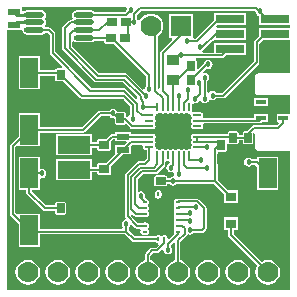
<source format=gtl>
G04 Layer_Physical_Order=1*
G04 Layer_Color=255*
%FSLAX25Y25*%
%MOIN*%
G70*
G01*
G75*
%ADD10R,0.03937X0.01969*%
%ADD11R,0.09449X0.02992*%
%ADD12R,0.07874X0.09843*%
%ADD13O,0.01575X0.00984*%
%ADD14O,0.00984X0.01575*%
G04:AMPARAMS|DCode=15|XSize=23.62mil|YSize=31.5mil|CornerRadius=0.59mil|HoleSize=0mil|Usage=FLASHONLY|Rotation=180.000|XOffset=0mil|YOffset=0mil|HoleType=Round|Shape=RoundedRectangle|*
%AMROUNDEDRECTD15*
21,1,0.02362,0.03032,0,0,180.0*
21,1,0.02244,0.03150,0,0,180.0*
1,1,0.00118,-0.01122,0.01516*
1,1,0.00118,0.01122,0.01516*
1,1,0.00118,0.01122,-0.01516*
1,1,0.00118,-0.01122,-0.01516*
%
%ADD15ROUNDEDRECTD15*%
G04:AMPARAMS|DCode=16|XSize=39.37mil|YSize=35.43mil|CornerRadius=0.89mil|HoleSize=0mil|Usage=FLASHONLY|Rotation=0.000|XOffset=0mil|YOffset=0mil|HoleType=Round|Shape=RoundedRectangle|*
%AMROUNDEDRECTD16*
21,1,0.03937,0.03366,0,0,0.0*
21,1,0.03760,0.03543,0,0,0.0*
1,1,0.00177,0.01880,-0.01683*
1,1,0.00177,-0.01880,-0.01683*
1,1,0.00177,-0.01880,0.01683*
1,1,0.00177,0.01880,0.01683*
%
%ADD16ROUNDEDRECTD16*%
G04:AMPARAMS|DCode=17|XSize=23.62mil|YSize=31.5mil|CornerRadius=0.59mil|HoleSize=0mil|Usage=FLASHONLY|Rotation=90.000|XOffset=0mil|YOffset=0mil|HoleType=Round|Shape=RoundedRectangle|*
%AMROUNDEDRECTD17*
21,1,0.02362,0.03032,0,0,90.0*
21,1,0.02244,0.03150,0,0,90.0*
1,1,0.00118,0.01516,0.01122*
1,1,0.00118,0.01516,-0.01122*
1,1,0.00118,-0.01516,-0.01122*
1,1,0.00118,-0.01516,0.01122*
%
%ADD17ROUNDEDRECTD17*%
G04:AMPARAMS|DCode=18|XSize=35.43mil|YSize=27.56mil|CornerRadius=0.69mil|HoleSize=0mil|Usage=FLASHONLY|Rotation=0.000|XOffset=0mil|YOffset=0mil|HoleType=Round|Shape=RoundedRectangle|*
%AMROUNDEDRECTD18*
21,1,0.03543,0.02618,0,0,0.0*
21,1,0.03406,0.02756,0,0,0.0*
1,1,0.00138,0.01703,-0.01309*
1,1,0.00138,-0.01703,-0.01309*
1,1,0.00138,-0.01703,0.01309*
1,1,0.00138,0.01703,0.01309*
%
%ADD18ROUNDEDRECTD18*%
%ADD19R,0.09843X0.09843*%
%ADD20O,0.00787X0.02953*%
%ADD21O,0.02953X0.00787*%
%ADD22R,0.10630X0.05906*%
%ADD23O,0.06693X0.01772*%
%ADD24R,0.03347X0.01575*%
%ADD25R,0.05906X0.09843*%
%ADD26R,0.03543X0.03150*%
%ADD27C,0.00600*%
%ADD28C,0.01000*%
%ADD29C,0.00800*%
%ADD30C,0.07000*%
%ADD31R,0.07000X0.07000*%
%ADD32C,0.01800*%
%ADD33C,0.01969*%
G36*
X6156Y87762D02*
X6298Y87511D01*
X6372Y87141D01*
X6700Y86649D01*
X7192Y86321D01*
X7772Y86206D01*
X12693D01*
X13273Y86321D01*
X13764Y86649D01*
X13867Y86803D01*
X14599D01*
X15382Y86020D01*
Y80100D01*
X15452Y79749D01*
X15651Y79451D01*
X19590Y75512D01*
X19399Y75050D01*
X17878D01*
X17621Y74999D01*
X17403Y74853D01*
X17257Y74635D01*
X17214Y74418D01*
X12053D01*
Y79021D01*
X4947D01*
Y67979D01*
X12053D01*
Y72582D01*
X17206D01*
Y71346D01*
X17257Y71089D01*
X17403Y70871D01*
X17621Y70726D01*
X17878Y70675D01*
X19890D01*
X25413Y65151D01*
X25711Y64952D01*
X26062Y64882D01*
X39776D01*
X42082Y62576D01*
Y59391D01*
X41919Y59281D01*
X41695Y58947D01*
X41259Y58819D01*
X41230Y58816D01*
X41086Y58829D01*
X40851Y58986D01*
X40694Y59017D01*
Y59854D01*
X40643Y60111D01*
X40497Y60329D01*
X40279Y60474D01*
X40022Y60526D01*
X37925D01*
X37913Y60585D01*
X37581Y61081D01*
X37085Y61413D01*
X36500Y61529D01*
X35915Y61413D01*
X35419Y61081D01*
X35309Y60918D01*
X32000D01*
X31649Y60848D01*
X31351Y60649D01*
X26120Y55418D01*
X12053D01*
Y60021D01*
X4947D01*
Y52245D01*
X2351Y49649D01*
X2152Y49351D01*
X2082Y49000D01*
Y26500D01*
X2152Y26149D01*
X2351Y25851D01*
X4947Y23255D01*
Y15479D01*
X12053D01*
Y19661D01*
X40420D01*
X42710Y17371D01*
X43008Y17172D01*
X43359Y17102D01*
X50618D01*
X50728Y16937D01*
X51090Y16696D01*
X51424Y16629D01*
X51573Y16356D01*
X51625Y16123D01*
X50720Y15218D01*
X49500D01*
X49149Y15148D01*
X48851Y14949D01*
X47351Y13449D01*
X47152Y13151D01*
X47082Y12800D01*
Y11015D01*
X46930Y10994D01*
X45932Y10581D01*
X45076Y9924D01*
X44419Y9068D01*
X44006Y8070D01*
X43865Y7000D01*
X44006Y5930D01*
X44419Y4932D01*
X45076Y4076D01*
X45932Y3419D01*
X46930Y3005D01*
X48000Y2865D01*
X49070Y3005D01*
X50068Y3419D01*
X50924Y4076D01*
X51581Y4932D01*
X51995Y5930D01*
X52135Y7000D01*
X51995Y8070D01*
X51581Y9068D01*
X50924Y9924D01*
X50068Y10581D01*
X49070Y10994D01*
X48918Y11015D01*
Y12420D01*
X49880Y13382D01*
X51100D01*
X51451Y13452D01*
X51749Y13651D01*
X52683Y14585D01*
X52872Y14552D01*
X53193Y14388D01*
X53287Y13915D01*
X53619Y13419D01*
X54115Y13087D01*
X54700Y12971D01*
X55285Y13087D01*
X55781Y13419D01*
X56113Y13915D01*
X56229Y14500D01*
X56113Y15085D01*
X55781Y15581D01*
X55819Y16122D01*
X56632Y16935D01*
X57094Y16743D01*
Y11016D01*
X56930Y10994D01*
X55932Y10581D01*
X55076Y9924D01*
X54419Y9068D01*
X54005Y8070D01*
X53865Y7000D01*
X54005Y5930D01*
X54419Y4932D01*
X55076Y4076D01*
X55932Y3419D01*
X56930Y3005D01*
X58000Y2865D01*
X59070Y3005D01*
X60068Y3419D01*
X60924Y4076D01*
X61581Y4932D01*
X61994Y5930D01*
X62135Y7000D01*
X61994Y8070D01*
X61581Y9068D01*
X60924Y9924D01*
X60068Y10581D01*
X59070Y10994D01*
X58929Y11013D01*
Y17232D01*
X60949Y19251D01*
X61148Y19549D01*
X61486Y19649D01*
X61682Y19674D01*
X62200Y19571D01*
X62785Y19687D01*
X63281Y20019D01*
X63391Y20182D01*
X66000D01*
X66351Y20252D01*
X66649Y20451D01*
X67349Y21151D01*
X67548Y21449D01*
X67618Y21800D01*
Y28446D01*
X67548Y28797D01*
X67349Y29094D01*
X65194Y31249D01*
X64897Y31448D01*
X64546Y31518D01*
X58393D01*
X58307Y31535D01*
X57717D01*
X57290Y31450D01*
X56929Y31209D01*
X56688Y30847D01*
X56603Y30421D01*
X56688Y29995D01*
X56929Y29634D01*
Y29240D01*
X56688Y28879D01*
X56603Y28453D01*
X56688Y28027D01*
X56929Y27665D01*
Y27272D01*
X56688Y26910D01*
X56603Y26484D01*
X56688Y26058D01*
X56833Y25840D01*
X56894Y25500D01*
X56833Y25160D01*
X56688Y24942D01*
X56603Y24516D01*
X56688Y24090D01*
X56929Y23728D01*
Y23335D01*
X56688Y22973D01*
X56603Y22547D01*
X56688Y22121D01*
X56929Y21760D01*
Y21366D01*
X56688Y21005D01*
X56603Y20579D01*
X56688Y20153D01*
X56915Y19813D01*
X55098Y17996D01*
X54598Y18203D01*
Y18315D01*
X54513Y18741D01*
X54272Y19102D01*
X53910Y19344D01*
X53484Y19429D01*
X53058Y19344D01*
X52840Y19198D01*
X52500Y19138D01*
X52160Y19198D01*
X51942Y19344D01*
X51516Y19429D01*
X51090Y19344D01*
X50728Y19102D01*
X50618Y18937D01*
X43739D01*
X41718Y20959D01*
Y21809D01*
X41881Y21919D01*
X42213Y22415D01*
X42257Y22638D01*
X42800Y22802D01*
X43751Y21851D01*
X44049Y21652D01*
X44400Y21582D01*
X45449D01*
X45716Y21082D01*
X45664Y21005D01*
X45579Y20579D01*
X45664Y20153D01*
X45906Y19791D01*
X46267Y19550D01*
X46693Y19465D01*
X47284D01*
X47710Y19550D01*
X48071Y19791D01*
X48312Y20153D01*
X48397Y20579D01*
X48312Y21005D01*
X48071Y21366D01*
Y21760D01*
X48312Y22121D01*
X48397Y22547D01*
X48312Y22973D01*
X48071Y23335D01*
X47710Y23576D01*
X47284Y23661D01*
X46693D01*
X46267Y23576D01*
X46030Y23418D01*
X44780D01*
X42328Y25869D01*
X42362Y26133D01*
X42889Y26313D01*
X43367Y25835D01*
X43665Y25637D01*
X44016Y25567D01*
X46101D01*
X46267Y25455D01*
X46693Y25371D01*
X47284D01*
X47710Y25455D01*
X48071Y25697D01*
X48312Y26058D01*
X48397Y26484D01*
X48312Y26910D01*
X48071Y27272D01*
Y27665D01*
X48312Y28027D01*
X48397Y28453D01*
X48312Y28879D01*
X48071Y29240D01*
Y29634D01*
X48312Y29995D01*
X48397Y30421D01*
X48312Y30847D01*
X48071Y31209D01*
X47710Y31450D01*
X47440Y31504D01*
X47299Y31681D01*
X47172Y31894D01*
X47134Y32019D01*
X47229Y32500D01*
X47113Y33085D01*
X46781Y33581D01*
X46285Y33913D01*
X45700Y34029D01*
X45115Y33913D01*
X44618Y34182D01*
Y38020D01*
X46380Y39782D01*
X50700D01*
X51051Y39852D01*
X51349Y40051D01*
X53606Y42308D01*
X53804Y42606D01*
X53874Y42957D01*
Y43719D01*
X54327Y44001D01*
X54374Y44002D01*
X54728Y43932D01*
X54850Y43956D01*
X55270Y43604D01*
X55288Y43567D01*
X55246Y43339D01*
X55115Y43313D01*
X54619Y42981D01*
X54287Y42485D01*
X54171Y41900D01*
X54287Y41315D01*
X54619Y40819D01*
X55115Y40487D01*
X55700Y40371D01*
X56285Y40487D01*
X56353Y40532D01*
X56802Y40231D01*
X56742Y39928D01*
X56859Y39343D01*
X56539Y38922D01*
X56500Y38929D01*
X55915Y38813D01*
X55419Y38481D01*
X55376Y38418D01*
X54550D01*
Y38622D01*
X54499Y38879D01*
X54353Y39097D01*
X54135Y39243D01*
X53878Y39294D01*
X50846D01*
X50589Y39243D01*
X50371Y39097D01*
X50226Y38879D01*
X50174Y38622D01*
Y36378D01*
X50226Y36121D01*
X50371Y35903D01*
X50589Y35757D01*
X50846Y35706D01*
X53878D01*
X54135Y35757D01*
X54353Y35903D01*
X54499Y36121D01*
X54550Y36378D01*
Y36582D01*
X55242D01*
X55419Y36319D01*
X55915Y35987D01*
X56500Y35871D01*
X57085Y35987D01*
X57581Y36319D01*
X57758Y36582D01*
X70003D01*
X73328Y33257D01*
Y30009D01*
X78072D01*
Y34358D01*
X74823D01*
X71318Y37863D01*
Y47125D01*
X71378Y47175D01*
X73622D01*
X73879Y47226D01*
X74097Y47371D01*
X74243Y47589D01*
X74294Y47846D01*
Y49669D01*
X74388Y49742D01*
X74903Y49871D01*
X75121Y49726D01*
X75378Y49674D01*
X77622D01*
X77879Y49726D01*
X78097Y49871D01*
X78243Y50089D01*
X78294Y50346D01*
Y50945D01*
X79606D01*
Y50346D01*
X79657Y50089D01*
X79803Y49871D01*
X80021Y49726D01*
X80278Y49674D01*
X82522D01*
X82779Y49726D01*
X82997Y49871D01*
X83143Y50089D01*
X83194Y50346D01*
Y53267D01*
X83278Y53344D01*
X83739Y53142D01*
X83778Y53096D01*
Y48700D01*
X83864Y48271D01*
X84107Y47907D01*
X84471Y47664D01*
X84900Y47578D01*
X95335D01*
Y1122D01*
X1122D01*
Y87916D01*
X5786D01*
X6156Y87762D01*
D02*
G37*
G36*
X95335Y73322D02*
X84900D01*
X84471Y73236D01*
X84107Y72993D01*
X83864Y72629D01*
X83778Y72200D01*
Y67200D01*
X83864Y66771D01*
X84107Y66407D01*
X84471Y66164D01*
X84900Y66078D01*
X95335D01*
Y59928D01*
X90967D01*
Y57153D01*
X91565D01*
X91756Y56692D01*
X91082Y56018D01*
X83340D01*
X82989Y55948D01*
X82691Y55749D01*
X80992Y54050D01*
X80278D01*
X80021Y53999D01*
X79803Y53853D01*
X79657Y53635D01*
X79606Y53378D01*
Y52780D01*
X78294D01*
Y53378D01*
X78243Y53635D01*
X78097Y53853D01*
X77879Y53999D01*
X77622Y54050D01*
X75378D01*
X75121Y53999D01*
X74903Y53853D01*
X74757Y53635D01*
X74706Y53378D01*
Y53146D01*
X65970D01*
X65943Y53164D01*
X65555Y53241D01*
X63390D01*
X63002Y53164D01*
X62673Y52945D01*
X62454Y52616D01*
X62377Y52228D01*
X62454Y51841D01*
X62673Y51512D01*
Y51173D01*
X62454Y50844D01*
X62377Y50457D01*
X62454Y50069D01*
X62673Y49740D01*
Y49401D01*
X62454Y49073D01*
X62377Y48685D01*
X62419Y48474D01*
X62395Y48428D01*
X62072Y48105D01*
X62026Y48081D01*
X61815Y48123D01*
X61427Y48046D01*
X61099Y47827D01*
X60760D01*
X60431Y48046D01*
X60043Y48123D01*
X59656Y48046D01*
X59327Y47827D01*
X58988D01*
X58659Y48046D01*
X58272Y48123D01*
X57884Y48046D01*
X57555Y47827D01*
X57216D01*
X56888Y48046D01*
X56500Y48123D01*
X56112Y48046D01*
X55784Y47827D01*
X55445D01*
X55116Y48046D01*
X54728Y48123D01*
X54341Y48046D01*
X54012Y47827D01*
X53673D01*
X53344Y48046D01*
X52957Y48123D01*
X52569Y48046D01*
X52240Y47827D01*
X51901D01*
X51573Y48046D01*
X51185Y48123D01*
X50974Y48081D01*
X50928Y48105D01*
X50605Y48428D01*
X50582Y48474D01*
X50623Y48685D01*
X50546Y49073D01*
X50327Y49401D01*
Y49740D01*
X50546Y50069D01*
X50623Y50457D01*
X50546Y50844D01*
X50327Y51173D01*
Y51512D01*
X50546Y51841D01*
X50623Y52228D01*
X50546Y52616D01*
X50327Y52945D01*
X49998Y53164D01*
X49610Y53241D01*
X47445D01*
X47057Y53164D01*
X47030Y53146D01*
X42369D01*
Y53815D01*
X37231D01*
Y53146D01*
X36181D01*
X35830Y53076D01*
X35532Y52877D01*
X34193Y51538D01*
X31797D01*
X31536Y51486D01*
X31315Y51338D01*
X31167Y51117D01*
X31115Y50856D01*
Y50418D01*
X29415D01*
Y53053D01*
X17585D01*
Y45947D01*
X29415D01*
Y48582D01*
X31115D01*
Y48238D01*
X31167Y47977D01*
X31315Y47756D01*
X31536Y47608D01*
X31797Y47556D01*
X35203D01*
X35464Y47608D01*
X35685Y47756D01*
X35833Y47977D01*
X35885Y48238D01*
Y50634D01*
X36561Y51311D01*
X37231D01*
Y50647D01*
X40743D01*
X40934Y50185D01*
X40234Y49484D01*
X37231D01*
Y46482D01*
X34193Y43444D01*
X31797D01*
X31536Y43392D01*
X31315Y43244D01*
X31167Y43023D01*
X31115Y42762D01*
Y42150D01*
X29415D01*
Y44785D01*
X17585D01*
Y37679D01*
X29415D01*
Y40315D01*
X31115D01*
Y40144D01*
X31167Y39883D01*
X31315Y39661D01*
X31536Y39514D01*
X31797Y39462D01*
X35203D01*
X35464Y39514D01*
X35685Y39661D01*
X35833Y39883D01*
X35885Y40144D01*
Y42540D01*
X39661Y46316D01*
X42369D01*
Y49024D01*
X42884Y49539D01*
X46219D01*
X46501Y49086D01*
X46502Y49039D01*
X46432Y48685D01*
X46509Y48297D01*
X46729Y47969D01*
X47057Y47749D01*
X47445Y47672D01*
X47610D01*
Y44908D01*
X46720Y44018D01*
X45006D01*
X44655Y43948D01*
X44357Y43749D01*
X40651Y40043D01*
X40452Y39745D01*
X40382Y39394D01*
Y25600D01*
X40452Y25249D01*
X40617Y25003D01*
X40582Y24792D01*
X40438Y24457D01*
X40215Y24413D01*
X39719Y24081D01*
X39387Y23585D01*
X39271Y23000D01*
X39387Y22415D01*
X39667Y21996D01*
X39578Y21698D01*
X39450Y21496D01*
X12053D01*
Y26521D01*
X4947D01*
Y26504D01*
X4485Y26312D01*
X3918Y26880D01*
Y48620D01*
X4485Y49188D01*
X4947Y48996D01*
Y48979D01*
X12053D01*
Y53582D01*
X26500D01*
X26851Y53652D01*
X27149Y53851D01*
X32380Y59082D01*
X35309D01*
X35419Y58919D01*
X35915Y58587D01*
X36500Y58471D01*
X36693Y58509D01*
X37106Y58096D01*
Y56822D01*
X37157Y56565D01*
X37303Y56347D01*
X37521Y56201D01*
X37778Y56150D01*
X40022D01*
X40279Y56201D01*
X40497Y56347D01*
X41056Y56284D01*
X42217Y55123D01*
X42515Y54924D01*
X42866Y54854D01*
X47030D01*
X47057Y54836D01*
X47445Y54759D01*
X49610D01*
X49998Y54836D01*
X50327Y55055D01*
X50546Y55384D01*
X50623Y55772D01*
X50546Y56159D01*
X50327Y56488D01*
Y56827D01*
X50546Y57156D01*
X50623Y57543D01*
X50546Y57931D01*
X50327Y58260D01*
Y58599D01*
X50546Y58927D01*
X50623Y59315D01*
X50582Y59526D01*
X50605Y59572D01*
X50928Y59895D01*
X50974Y59918D01*
X51185Y59877D01*
X51573Y59954D01*
X51720Y60052D01*
X52071Y60134D01*
X52422Y60052D01*
X52569Y59954D01*
X52957Y59877D01*
X53344Y59954D01*
X53673Y60173D01*
X54012D01*
X54341Y59954D01*
X54728Y59877D01*
X55116Y59954D01*
X55445Y60173D01*
X55784D01*
X56112Y59954D01*
X56500Y59877D01*
X56888Y59954D01*
X57216Y60173D01*
X57555D01*
X57884Y59954D01*
X58272Y59877D01*
X58659Y59954D01*
X58988Y60173D01*
X59327D01*
X59656Y59954D01*
X60043Y59877D01*
X60431Y59954D01*
X60760Y60173D01*
X61099D01*
X61427Y59954D01*
X61815Y59877D01*
X62026Y59918D01*
X62072Y59895D01*
X62395Y59572D01*
X62419Y59526D01*
X62377Y59315D01*
X62454Y58927D01*
X62673Y58599D01*
Y58260D01*
X62454Y57931D01*
X62377Y57543D01*
X62454Y57156D01*
X62673Y56827D01*
Y56488D01*
X62454Y56159D01*
X62377Y55772D01*
X62454Y55384D01*
X62673Y55055D01*
X63002Y54836D01*
X63390Y54759D01*
X65555D01*
X65943Y54836D01*
X66272Y55055D01*
X66491Y55384D01*
X66568Y55772D01*
X66498Y56126D01*
X66500Y56173D01*
X66781Y56626D01*
X85043D01*
X85395Y56695D01*
X85692Y56894D01*
X85951Y57153D01*
X88033D01*
Y59928D01*
X83487D01*
Y58461D01*
X66781D01*
X66500Y58914D01*
X66498Y58961D01*
X66568Y59315D01*
X66491Y59703D01*
X66272Y60031D01*
X65943Y60251D01*
X65555Y60328D01*
X63390D01*
X63179Y60286D01*
X63133Y60310D01*
X62810Y60632D01*
X62786Y60679D01*
X62828Y60890D01*
Y63055D01*
X63014Y63214D01*
X63274Y63375D01*
X63800Y63271D01*
X64385Y63387D01*
X64881Y63719D01*
X65122Y64079D01*
X65205Y64103D01*
X65596D01*
X65678Y64079D01*
X65919Y63719D01*
X66415Y63387D01*
X67000Y63271D01*
X67585Y63387D01*
X68081Y63719D01*
X68413Y64215D01*
X68426Y64279D01*
X68981Y64509D01*
X69015Y64487D01*
X69600Y64371D01*
X70185Y64487D01*
X70681Y64819D01*
X70791Y64982D01*
X73200D01*
X73551Y65052D01*
X73849Y65251D01*
X84949Y76351D01*
X85148Y76649D01*
X85218Y77000D01*
Y83220D01*
X86402Y84404D01*
X95335D01*
Y73322D01*
D02*
G37*
G36*
X83871Y94000D02*
X83987Y93415D01*
X84319Y92919D01*
X84815Y92587D01*
X85156Y92519D01*
Y89404D01*
X95335D01*
Y88596D01*
X85156D01*
Y85754D01*
X83651Y84249D01*
X83452Y83951D01*
X83382Y83600D01*
Y77380D01*
X72820Y66818D01*
X70791D01*
X70681Y66981D01*
X70185Y67313D01*
X69600Y67429D01*
X69015Y67313D01*
X68519Y66981D01*
X68418Y66830D01*
X67918Y66982D01*
Y70709D01*
X68081Y70819D01*
X68413Y71315D01*
X68529Y71900D01*
X68413Y72485D01*
X68081Y72981D01*
X67585Y73313D01*
X67000Y73429D01*
X66746Y73379D01*
X66500Y73840D01*
X67542Y74882D01*
X68100Y74771D01*
X68685Y74887D01*
X69181Y75219D01*
X69513Y75715D01*
X69629Y76300D01*
X69513Y76885D01*
X69181Y77381D01*
X68685Y77713D01*
X68100Y77829D01*
X67515Y77713D01*
X67019Y77381D01*
X66687Y76885D01*
X66622Y76557D01*
X64794Y74730D01*
X64294Y74937D01*
Y77378D01*
X64243Y77635D01*
X64097Y77853D01*
X64053Y77882D01*
X64205Y78382D01*
X72820D01*
X73171Y78452D01*
X73469Y78651D01*
X74221Y79404D01*
X80844D01*
Y83596D01*
X70195D01*
Y80218D01*
X66290D01*
X66138Y80718D01*
X66398Y80891D01*
X66579Y81161D01*
X66821Y81324D01*
X69744Y84246D01*
X70195Y84404D01*
Y84404D01*
X70195Y84404D01*
X80844D01*
Y88596D01*
X70947D01*
X70756Y89058D01*
X71102Y89404D01*
X80844D01*
Y93596D01*
X70195D01*
Y91093D01*
X64020Y84918D01*
X63666D01*
X63200Y85000D01*
Y93200D01*
X55000D01*
Y85000D01*
X56049D01*
X56240Y84538D01*
X52351Y80649D01*
X52152Y80351D01*
X52082Y80000D01*
Y68335D01*
X51582Y68073D01*
X51418Y68188D01*
Y85710D01*
X52024Y86176D01*
X52681Y87032D01*
X53095Y88030D01*
X53235Y89100D01*
X53095Y90170D01*
X52681Y91168D01*
X52024Y92024D01*
X51168Y92681D01*
X50170Y93094D01*
X49100Y93235D01*
X48030Y93094D01*
X47032Y92681D01*
X46176Y92024D01*
X45519Y91168D01*
X45443Y90985D01*
X44923Y91036D01*
X44913Y91085D01*
X44581Y91581D01*
X44418Y91691D01*
Y92620D01*
X45937Y94139D01*
X83389D01*
X83871Y94000D01*
D02*
G37*
G36*
X40957Y94835D02*
X40882Y94457D01*
X40920Y94263D01*
X40413Y93756D01*
X30402D01*
X30300Y93910D01*
X29808Y94238D01*
X29228Y94353D01*
X24307D01*
X23727Y94238D01*
X23236Y93910D01*
X22907Y93418D01*
X22792Y92839D01*
X22907Y92259D01*
X23236Y91767D01*
Y91655D01*
X22799Y91197D01*
X22379D01*
X22028Y91127D01*
X21731Y90928D01*
X19751Y88949D01*
X19552Y88651D01*
X19482Y88300D01*
Y81703D01*
X19552Y81352D01*
X19751Y81054D01*
X30254Y70551D01*
X30552Y70352D01*
X30903Y70282D01*
X39723D01*
X44578Y65427D01*
X44551Y65100D01*
X44039Y64912D01*
X40802Y68149D01*
X40505Y68348D01*
X40153Y68418D01*
X29280D01*
X17218Y80480D01*
Y86400D01*
X17148Y86751D01*
X16949Y87049D01*
X15628Y88369D01*
X15331Y88568D01*
X14979Y88638D01*
X14212D01*
X13815Y89117D01*
X13849Y89336D01*
X14093Y89700D01*
X14208Y90280D01*
X14093Y90859D01*
X13764Y91351D01*
Y91767D01*
X14093Y92259D01*
X14208Y92839D01*
X14093Y93418D01*
X13764Y93910D01*
X13273Y94238D01*
X12693Y94353D01*
X7772D01*
X7192Y94238D01*
X6776Y93960D01*
X6069D01*
Y95335D01*
X40639D01*
X40957Y94835D01*
D02*
G37*
G36*
X33450Y83878D02*
X33501Y83621D01*
X33647Y83403D01*
X33865Y83257D01*
X34122Y83206D01*
X36696D01*
X47482Y72420D01*
Y69191D01*
X47319Y69081D01*
X46987Y68585D01*
X46893Y68112D01*
X46572Y67948D01*
X46383Y67915D01*
X41249Y73049D01*
X40951Y73248D01*
X40600Y73318D01*
X31780D01*
X22918Y82180D01*
Y83735D01*
X23418Y83969D01*
X23727Y83762D01*
X24307Y83647D01*
X29228D01*
X29808Y83762D01*
X30300Y84090D01*
X30402Y84244D01*
X33450D01*
Y83878D01*
D02*
G37*
%LPC*%
G36*
X38000Y11135D02*
X36930Y10994D01*
X35932Y10581D01*
X35076Y9924D01*
X34419Y9068D01*
X34005Y8070D01*
X33865Y7000D01*
X34005Y5930D01*
X34419Y4932D01*
X35076Y4076D01*
X35932Y3419D01*
X36930Y3005D01*
X38000Y2865D01*
X39070Y3005D01*
X40068Y3419D01*
X40924Y4076D01*
X41581Y4932D01*
X41995Y5930D01*
X42135Y7000D01*
X41995Y8070D01*
X41581Y9068D01*
X40924Y9924D01*
X40068Y10581D01*
X39070Y10994D01*
X38000Y11135D01*
D02*
G37*
G36*
X68000D02*
X66930Y10994D01*
X65932Y10581D01*
X65076Y9924D01*
X64419Y9068D01*
X64006Y8070D01*
X63865Y7000D01*
X64006Y5930D01*
X64419Y4932D01*
X65076Y4076D01*
X65932Y3419D01*
X66930Y3005D01*
X68000Y2865D01*
X69070Y3005D01*
X70068Y3419D01*
X70924Y4076D01*
X71581Y4932D01*
X71995Y5930D01*
X72135Y7000D01*
X71995Y8070D01*
X71581Y9068D01*
X70924Y9924D01*
X70068Y10581D01*
X69070Y10994D01*
X68000Y11135D01*
D02*
G37*
G36*
X28000D02*
X26930Y10994D01*
X25932Y10581D01*
X25076Y9924D01*
X24419Y9068D01*
X24005Y8070D01*
X23865Y7000D01*
X24005Y5930D01*
X24419Y4932D01*
X25076Y4076D01*
X25932Y3419D01*
X26930Y3005D01*
X28000Y2865D01*
X29070Y3005D01*
X30068Y3419D01*
X30924Y4076D01*
X31581Y4932D01*
X31995Y5930D01*
X32135Y7000D01*
X31995Y8070D01*
X31581Y9068D01*
X30924Y9924D01*
X30068Y10581D01*
X29070Y10994D01*
X28000Y11135D01*
D02*
G37*
G36*
X8000D02*
X6930Y10994D01*
X5932Y10581D01*
X5076Y9924D01*
X4419Y9068D01*
X4005Y8070D01*
X3865Y7000D01*
X4005Y5930D01*
X4419Y4932D01*
X5076Y4076D01*
X5932Y3419D01*
X6930Y3005D01*
X8000Y2865D01*
X9070Y3005D01*
X10068Y3419D01*
X10924Y4076D01*
X11581Y4932D01*
X11994Y5930D01*
X12135Y7000D01*
X11994Y8070D01*
X11581Y9068D01*
X10924Y9924D01*
X10068Y10581D01*
X9070Y10994D01*
X8000Y11135D01*
D02*
G37*
G36*
X18000D02*
X16930Y10994D01*
X15932Y10581D01*
X15076Y9924D01*
X14419Y9068D01*
X14006Y8070D01*
X13865Y7000D01*
X14006Y5930D01*
X14419Y4932D01*
X15076Y4076D01*
X15932Y3419D01*
X16930Y3005D01*
X18000Y2865D01*
X19070Y3005D01*
X20068Y3419D01*
X20924Y4076D01*
X21581Y4932D01*
X21994Y5930D01*
X22135Y7000D01*
X21994Y8070D01*
X21581Y9068D01*
X20924Y9924D01*
X20068Y10581D01*
X19070Y10994D01*
X18000Y11135D01*
D02*
G37*
G36*
X78000D02*
X76930Y10994D01*
X75932Y10581D01*
X75076Y9924D01*
X74419Y9068D01*
X74006Y8070D01*
X73865Y7000D01*
X74006Y5930D01*
X74419Y4932D01*
X75076Y4076D01*
X75932Y3419D01*
X76930Y3005D01*
X78000Y2865D01*
X79070Y3005D01*
X80068Y3419D01*
X80924Y4076D01*
X81581Y4932D01*
X81994Y5930D01*
X82135Y7000D01*
X81994Y8070D01*
X81581Y9068D01*
X80924Y9924D01*
X80068Y10581D01*
X79070Y10994D01*
X78000Y11135D01*
D02*
G37*
G36*
X91553Y45521D02*
X84447D01*
Y44739D01*
X84300Y44618D01*
X82791D01*
X82681Y44781D01*
X82185Y45113D01*
X81600Y45229D01*
X81015Y45113D01*
X80519Y44781D01*
X80187Y44285D01*
X80071Y43700D01*
X80187Y43115D01*
X80519Y42619D01*
X81015Y42287D01*
X81600Y42171D01*
X82185Y42287D01*
X82681Y42619D01*
X82791Y42782D01*
X83920D01*
X84447Y42255D01*
Y34479D01*
X91553D01*
Y45521D01*
D02*
G37*
G36*
X88033Y65047D02*
X83487D01*
Y62272D01*
X88033D01*
Y65047D01*
D02*
G37*
G36*
X12053Y45521D02*
X4947D01*
Y34479D01*
X7582D01*
Y33500D01*
X7652Y33149D01*
X7851Y32851D01*
X12989Y27713D01*
X13287Y27514D01*
X13638Y27445D01*
X17206D01*
Y26847D01*
X17257Y26589D01*
X17403Y26371D01*
X17621Y26226D01*
X17878Y26175D01*
X20122D01*
X20379Y26226D01*
X20597Y26371D01*
X20743Y26589D01*
X20794Y26847D01*
Y29878D01*
X20743Y30135D01*
X20597Y30353D01*
X20379Y30499D01*
X20122Y30550D01*
X17878D01*
X17621Y30499D01*
X17403Y30353D01*
X17257Y30135D01*
X17206Y29878D01*
Y29280D01*
X14018D01*
X9418Y33880D01*
Y34479D01*
X12053D01*
Y38090D01*
X12553Y38500D01*
X12700Y38471D01*
X13285Y38587D01*
X13781Y38919D01*
X14113Y39415D01*
X14229Y40000D01*
X14113Y40585D01*
X13781Y41081D01*
X13285Y41413D01*
X12700Y41529D01*
X12553Y41500D01*
X12053Y41910D01*
Y45521D01*
D02*
G37*
G36*
X78072Y25303D02*
X73328D01*
Y20954D01*
X74782D01*
Y19300D01*
X74852Y18949D01*
X75051Y18651D01*
X84512Y9190D01*
X84419Y9068D01*
X84005Y8070D01*
X83865Y7000D01*
X84005Y5930D01*
X84419Y4932D01*
X85076Y4076D01*
X85932Y3419D01*
X86930Y3005D01*
X88000Y2865D01*
X89070Y3005D01*
X90068Y3419D01*
X90924Y4076D01*
X91581Y4932D01*
X91995Y5930D01*
X92135Y7000D01*
X91995Y8070D01*
X91581Y9068D01*
X90924Y9924D01*
X90068Y10581D01*
X89070Y10994D01*
X88000Y11135D01*
X86930Y10994D01*
X85932Y10581D01*
X85810Y10488D01*
X76618Y19680D01*
Y20954D01*
X78072D01*
Y25303D01*
D02*
G37*
G36*
X51516Y34389D02*
X51090Y34304D01*
X50728Y34063D01*
X50487Y33702D01*
X50402Y33276D01*
Y32685D01*
X50487Y32259D01*
X50728Y31898D01*
X51090Y31656D01*
X51516Y31571D01*
X51942Y31656D01*
X52303Y31898D01*
X52544Y32259D01*
X52629Y32685D01*
Y33276D01*
X52544Y33702D01*
X52303Y34063D01*
X51942Y34304D01*
X51516Y34389D01*
D02*
G37*
%LPD*%
D10*
X39800Y52231D02*
D03*
Y47900D02*
D03*
X3500Y93831D02*
D03*
Y89500D02*
D03*
D11*
X90480Y91500D02*
D03*
Y86500D02*
D03*
Y81500D02*
D03*
X75520Y81500D02*
D03*
Y86500D02*
D03*
Y91500D02*
D03*
D12*
X52500Y25500D02*
D03*
D13*
X46988Y20579D02*
D03*
Y22547D02*
D03*
Y24516D02*
D03*
Y26484D02*
D03*
Y28453D02*
D03*
Y30421D02*
D03*
X58012D02*
D03*
Y28453D02*
D03*
Y26484D02*
D03*
Y24516D02*
D03*
Y22547D02*
D03*
Y20579D02*
D03*
D14*
X51516Y32980D02*
D03*
X53484D02*
D03*
Y18020D02*
D03*
X51516D02*
D03*
D15*
X19000Y23638D02*
D03*
Y28362D02*
D03*
X72500Y44638D02*
D03*
Y49362D02*
D03*
X76500Y47138D02*
D03*
Y51862D02*
D03*
X81400Y47138D02*
D03*
Y51862D02*
D03*
X38900Y63062D02*
D03*
Y58338D02*
D03*
X62500Y75862D02*
D03*
Y71138D02*
D03*
X19000Y68138D02*
D03*
Y72862D02*
D03*
D16*
X56500Y77846D02*
D03*
Y71153D02*
D03*
D17*
X47638Y37500D02*
D03*
X52362D02*
D03*
X35638Y85000D02*
D03*
X40362D02*
D03*
X36138Y90500D02*
D03*
X40862D02*
D03*
D18*
X33500Y49547D02*
D03*
Y55453D02*
D03*
X33500Y41453D02*
D03*
Y35547D02*
D03*
D19*
X56500Y54000D02*
D03*
D20*
X51185Y61972D02*
D03*
X52957D02*
D03*
X54728D02*
D03*
X56500D02*
D03*
X58272D02*
D03*
X60043D02*
D03*
X61815D02*
D03*
Y46028D02*
D03*
X60043D02*
D03*
X58272D02*
D03*
X56500D02*
D03*
X54728D02*
D03*
X52957D02*
D03*
X51185D02*
D03*
D21*
X64472Y59315D02*
D03*
Y57543D02*
D03*
Y55772D02*
D03*
Y54000D02*
D03*
Y52228D02*
D03*
Y50457D02*
D03*
Y48685D02*
D03*
X48528D02*
D03*
Y50457D02*
D03*
Y52228D02*
D03*
Y54000D02*
D03*
Y55772D02*
D03*
Y57543D02*
D03*
Y59315D02*
D03*
D22*
X23500Y41232D02*
D03*
Y49500D02*
D03*
D23*
X26768Y85161D02*
D03*
Y87721D02*
D03*
Y90280D02*
D03*
Y92839D02*
D03*
X10232Y85161D02*
D03*
Y87721D02*
D03*
Y90280D02*
D03*
Y92839D02*
D03*
D24*
X93240Y63659D02*
D03*
Y58541D02*
D03*
X85760D02*
D03*
Y61100D02*
D03*
Y63659D02*
D03*
D25*
X8500Y54500D02*
D03*
Y73500D02*
D03*
Y21000D02*
D03*
Y40000D02*
D03*
X88000Y21000D02*
D03*
Y40000D02*
D03*
D26*
X75700Y23128D02*
D03*
Y32183D02*
D03*
D27*
X30903Y71200D02*
X40103D01*
X20400Y81703D02*
Y88300D01*
Y81703D02*
X30903Y71200D01*
X31400Y72400D02*
X40600D01*
X22000Y81800D02*
X31400Y72400D01*
X22000Y81800D02*
Y86300D01*
X45600Y64854D02*
Y65703D01*
X40103Y71200D02*
X45600Y65703D01*
X40600Y72400D02*
X47400Y65600D01*
X40153Y67500D02*
X44500Y63153D01*
X28900Y67500D02*
X40153D01*
X16300Y80100D02*
X28900Y67500D01*
X84300Y77000D02*
Y83600D01*
X73200Y65900D02*
X84300Y77000D01*
X69600Y65900D02*
X73200D01*
X87200Y86500D02*
X90480D01*
X84300Y83600D02*
X87200Y86500D01*
X67662Y76300D02*
X68100D01*
X14979Y87721D02*
X16300Y86400D01*
Y80100D02*
Y86400D01*
X46085Y59315D02*
X48528D01*
X44500Y60900D02*
X46085Y59315D01*
X44500Y60900D02*
Y63153D01*
X46563Y61972D02*
Y63892D01*
X45600Y64854D02*
X46563Y63892D01*
X40156Y65800D02*
X43028Y62928D01*
X26062Y65800D02*
X40156D01*
X43000Y62900D02*
X43028Y62928D01*
X43000Y58200D02*
Y62900D01*
X19000Y72862D02*
X26062Y65800D01*
X10232Y87721D02*
X14979D01*
X48400Y68000D02*
Y72800D01*
X36039Y85161D02*
X48400Y72800D01*
X26768Y85161D02*
X36039D01*
X20400Y88300D02*
X22379Y90280D01*
X26768D01*
X62500Y71138D02*
X67662Y76300D01*
X83000Y21400D02*
X83400Y21000D01*
X88000D01*
X54700Y14500D02*
Y16300D01*
X58012Y19612D01*
Y20579D01*
Y7012D02*
Y17612D01*
X58000Y7000D02*
X58012Y7012D01*
Y17612D02*
X60300Y19900D01*
Y21800D01*
X58012Y22547D02*
X59553D01*
X60300Y21800D01*
X66000Y21100D02*
X66700Y21800D01*
X62200Y21100D02*
X66000D01*
X66700Y21800D02*
Y28446D01*
X61600Y21100D02*
X62200D01*
X61843Y24100D02*
Y24516D01*
X58012D02*
X61843D01*
Y24100D02*
X62100D01*
X61784Y26484D02*
X62000Y26700D01*
X58012Y26484D02*
X61784D01*
X62000Y26287D02*
Y26700D01*
X58159Y28600D02*
X64000D01*
X58191Y30600D02*
X64546D01*
X66700Y28446D01*
X48000Y12800D02*
X49500Y14300D01*
X51100D01*
X53484Y16684D01*
Y18020D01*
X43359D02*
X51516D01*
X40800Y20579D02*
X43359Y18020D01*
X45700Y31709D02*
Y32500D01*
Y31709D02*
X46988Y30421D01*
X44947Y28453D02*
X46988D01*
X43700Y29700D02*
X44947Y28453D01*
X44016Y26484D02*
X46988D01*
X42500Y28000D02*
X44016Y26484D01*
X42500Y28000D02*
Y38897D01*
X46988Y24516D02*
X51516D01*
X44400Y22500D02*
X46988D01*
X41300Y25600D02*
X44400Y22500D01*
X41300Y25600D02*
Y39394D01*
X53484Y26484D02*
Y32980D01*
X52500Y25500D02*
Y27242D01*
X51516Y26484D02*
X52500Y25500D01*
X90580Y81400D02*
X90800D01*
X90480Y81500D02*
X90580Y81400D01*
X81400Y53160D02*
X83340Y55100D01*
X91462D01*
X93240Y56878D01*
X85043Y57543D02*
X85800Y58300D01*
X81400Y51862D02*
Y53160D01*
X93240Y56878D02*
Y57841D01*
X64472Y57543D02*
X85043D01*
X64472Y52228D02*
X76500D01*
Y51862D02*
X81400D01*
X47638Y35338D02*
Y37500D01*
X62100Y44300D02*
X65600D01*
X61815Y44585D02*
X62100Y44300D01*
X61815Y44585D02*
Y46028D01*
X23900Y74800D02*
X24000Y74700D01*
X24500D01*
X61200Y41600D02*
X67700D01*
X60043Y42757D02*
X61200Y41600D01*
X46563Y61972D02*
X51185D01*
X55700Y41900D02*
X56500Y42700D01*
Y46028D01*
X58272Y39928D02*
Y46028D01*
X65200Y70100D02*
X65400Y69900D01*
Y66400D02*
Y69900D01*
X63800Y64800D02*
X65400Y66400D01*
X67000Y64800D02*
Y71900D01*
X67615Y48685D02*
X67700Y48600D01*
X64472Y48685D02*
X67615D01*
X70292Y37592D02*
X75700Y32183D01*
X70400Y48137D02*
X71626Y49362D01*
X70400Y37500D02*
Y48137D01*
X52362Y37500D02*
X70400D01*
X61000Y84000D02*
X64400D01*
X71900Y91500D01*
X75520D01*
X65316Y81972D02*
X66172D01*
X70700Y86500D01*
X75520D01*
X72820Y79300D02*
X75520Y82000D01*
X57954Y79300D02*
X72820D01*
X56500Y77846D02*
X57954Y79300D01*
X60043Y42757D02*
Y46028D01*
X8500Y40000D02*
X12700D01*
X41300Y39394D02*
X45006Y43100D01*
X47100D01*
X48528Y44528D01*
Y48685D01*
X42500Y38897D02*
X45503Y41900D01*
X50000D01*
X51185Y43085D01*
Y46028D01*
X43700Y29700D02*
Y38400D01*
X46000Y40700D01*
X50700D01*
X52957Y42957D01*
Y46028D01*
X64472Y50457D02*
Y52228D01*
X8921Y20579D02*
X40800D01*
Y23000D01*
X8500Y21000D02*
X8921Y20579D01*
X81600Y43700D02*
X84300D01*
X88000Y40000D01*
X58272Y65572D02*
X58300Y65600D01*
X58272Y61972D02*
Y65572D01*
X61500Y64800D02*
Y67800D01*
X60043Y63343D02*
X61500Y64800D01*
X60043Y61972D02*
Y63343D01*
Y61972D02*
X60087Y62016D01*
X22000Y86300D02*
X23420Y87721D01*
X26768D01*
X87800Y91500D02*
X90480D01*
X84243Y95057D02*
X87800Y91500D01*
X45557Y95057D02*
X84243D01*
X26768Y92839D02*
X40793D01*
X42411Y94457D01*
X49100Y89500D02*
X50500Y88100D01*
X23500Y49500D02*
X33453D01*
X33500Y49547D01*
X36181Y52228D01*
X48528D01*
X23500Y41232D02*
X33279D01*
X33500Y41453D01*
X42504Y50457D01*
X48528D01*
X36000Y90500D02*
X36138D01*
X64472Y50457D02*
X72405D01*
X42866Y55772D02*
X48528D01*
X40500Y58138D02*
X42866Y55772D01*
X51516Y36654D02*
X52362Y37500D01*
X8500Y73500D02*
X18362D01*
X8500Y33500D02*
Y40000D01*
Y33500D02*
X13638Y28362D01*
X19000D01*
X3000Y49000D02*
X8500Y54500D01*
X3000Y26500D02*
Y49000D01*
Y26500D02*
X8500Y21000D01*
X75700Y19300D02*
X88000Y7000D01*
X71626Y49362D02*
X72500D01*
X56500Y61972D02*
Y71153D01*
X57791D01*
X62500Y75862D01*
X48000Y7000D02*
Y12800D01*
X36500Y60000D02*
X38362Y58138D01*
X40500D01*
X8500Y54500D02*
X26500D01*
X32000Y60000D01*
X36500D01*
X40862Y90500D02*
X41346D01*
X52957Y61972D02*
Y65043D01*
X50500Y67500D02*
X52957Y65043D01*
X50500Y67500D02*
Y88100D01*
X54728Y61972D02*
Y65772D01*
X53000Y67500D02*
X54728Y65772D01*
X53000Y67500D02*
Y80000D01*
X61500Y88500D01*
X87000Y91500D02*
X90480D01*
X41346Y90500D02*
X43500D01*
Y93000D01*
X45557Y95057D01*
X75700Y19300D02*
Y23128D01*
D28*
X3500Y93831D02*
X4492Y92839D01*
X10232D01*
X3500Y89500D02*
X4279Y90280D01*
X10232D01*
D29*
X31874Y87721D02*
X34654Y90500D01*
X26768Y87721D02*
X31874D01*
X41346Y84500D02*
Y90500D01*
D30*
X8000Y7000D02*
D03*
X18000D02*
D03*
X28000D02*
D03*
X38000D02*
D03*
X48000D02*
D03*
X58000D02*
D03*
X68000D02*
D03*
X78000D02*
D03*
X88000D02*
D03*
X49100Y89100D02*
D03*
D31*
X59100D02*
D03*
D32*
X32400Y74500D02*
D03*
X32600Y81400D02*
D03*
X83000Y88500D02*
D03*
X80400Y77500D02*
D03*
X68100Y76300D02*
D03*
X43000Y58200D02*
D03*
X82500Y66100D02*
D03*
X76500D02*
D03*
X83000Y21400D02*
D03*
X54700Y14500D02*
D03*
X62200Y21100D02*
D03*
X62100Y24100D02*
D03*
X62000Y26700D02*
D03*
X64000Y28600D02*
D03*
X45700Y32500D02*
D03*
X90800Y81400D02*
D03*
X47638Y35338D02*
D03*
X24500Y74700D02*
D03*
X67700Y41600D02*
D03*
X46563Y61972D02*
D03*
X55700Y41900D02*
D03*
X58272Y39928D02*
D03*
X65200Y70100D02*
D03*
X63800Y64800D02*
D03*
X65600Y44300D02*
D03*
X67000Y71900D02*
D03*
Y64800D02*
D03*
X67700Y48600D02*
D03*
X61000Y84000D02*
D03*
X65316Y81972D02*
D03*
X59200Y79300D02*
D03*
X69600Y65900D02*
D03*
X12700Y40000D02*
D03*
X56500Y37400D02*
D03*
X40800Y23000D02*
D03*
X81600Y43700D02*
D03*
X47400Y65600D02*
D03*
X58300D02*
D03*
X61500Y67800D02*
D03*
X48400Y68000D02*
D03*
X85400Y94000D02*
D03*
X42411Y94457D02*
D03*
X36500Y60000D02*
D03*
X43500Y90500D02*
D03*
D33*
X54665Y27665D02*
D03*
Y23335D02*
D03*
X50335Y27665D02*
D03*
Y23335D02*
D03*
X22700Y66168D02*
D03*
Y62231D02*
D03*
X58665Y51835D02*
D03*
X54335D02*
D03*
X58665Y56165D02*
D03*
X54335D02*
D03*
M02*

</source>
